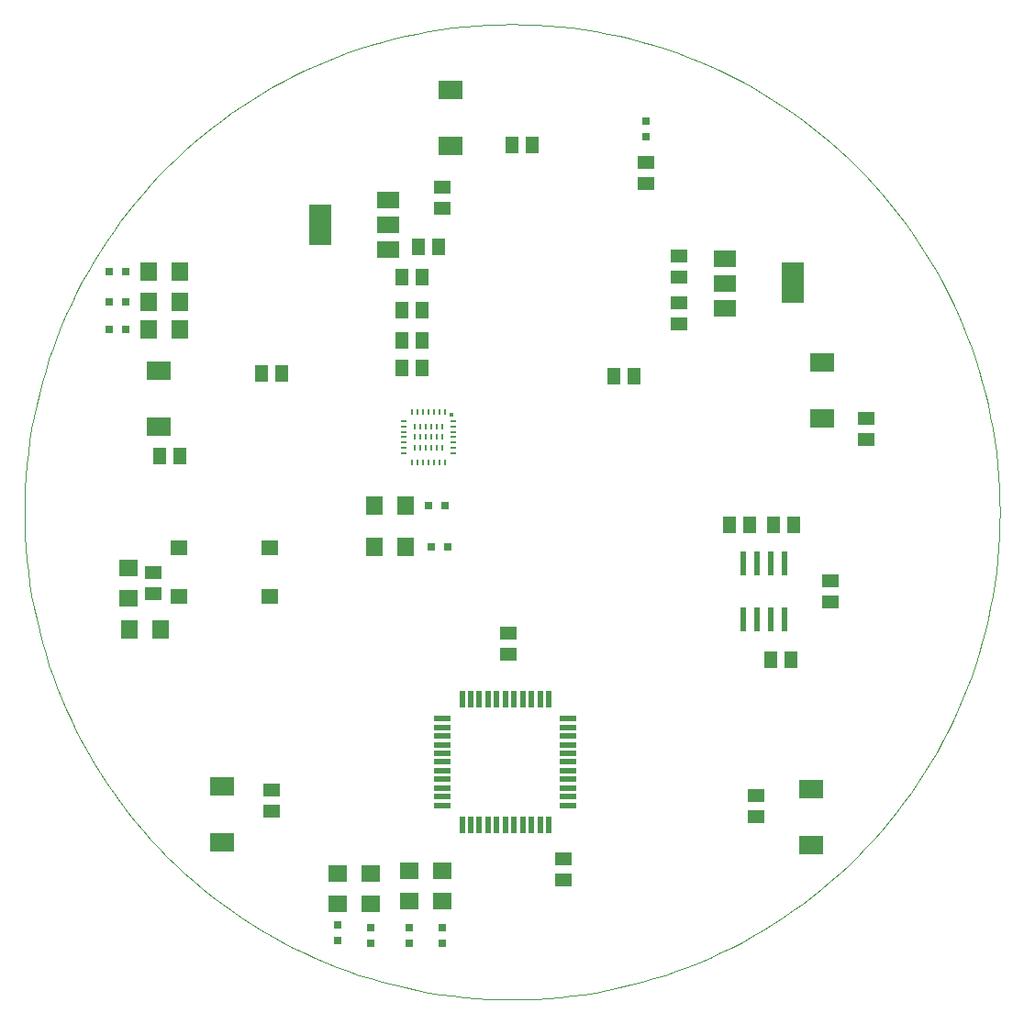
<source format=gtp>
G75*
%MOIN*%
%OFA0B0*%
%FSLAX25Y25*%
%IPPOS*%
%LPD*%
%AMOC8*
5,1,8,0,0,1.08239X$1,22.5*
%
%ADD10C,0.00039*%
%ADD11R,0.08661X0.07087*%
%ADD12R,0.07900X0.05900*%
%ADD13R,0.07900X0.15000*%
%ADD14R,0.05906X0.05118*%
%ADD15R,0.05118X0.05906*%
%ADD16R,0.01969X0.05906*%
%ADD17R,0.05906X0.01969*%
%ADD18R,0.03150X0.03150*%
%ADD19R,0.07098X0.06299*%
%ADD20R,0.06299X0.07098*%
%ADD21R,0.06300X0.05512*%
%ADD22R,0.01024X0.02205*%
%ADD23R,0.02205X0.01024*%
%ADD24R,0.01575X0.01575*%
%ADD25R,0.02362X0.08661*%
D10*
X0300276Y0192366D02*
X0300329Y0196714D01*
X0300489Y0201059D01*
X0300756Y0205399D01*
X0301129Y0209731D01*
X0301608Y0214053D01*
X0302194Y0218362D01*
X0302884Y0222654D01*
X0303680Y0226929D01*
X0304581Y0231183D01*
X0305585Y0235414D01*
X0306694Y0239618D01*
X0307905Y0243794D01*
X0309218Y0247939D01*
X0310632Y0252051D01*
X0312147Y0256127D01*
X0313762Y0260164D01*
X0315475Y0264161D01*
X0317286Y0268114D01*
X0319193Y0272021D01*
X0321195Y0275881D01*
X0323292Y0279690D01*
X0325482Y0283447D01*
X0327763Y0287149D01*
X0330134Y0290794D01*
X0332594Y0294379D01*
X0335141Y0297903D01*
X0337774Y0301364D01*
X0340491Y0304758D01*
X0343290Y0308085D01*
X0346170Y0311343D01*
X0349130Y0314528D01*
X0352166Y0317641D01*
X0355279Y0320677D01*
X0358464Y0323637D01*
X0361722Y0326517D01*
X0365049Y0329316D01*
X0368443Y0332033D01*
X0371904Y0334666D01*
X0375428Y0337213D01*
X0379013Y0339673D01*
X0382658Y0342044D01*
X0386360Y0344325D01*
X0390117Y0346515D01*
X0393926Y0348612D01*
X0397786Y0350614D01*
X0401693Y0352521D01*
X0405646Y0354332D01*
X0409643Y0356045D01*
X0413680Y0357660D01*
X0417756Y0359175D01*
X0421868Y0360589D01*
X0426013Y0361902D01*
X0430189Y0363113D01*
X0434393Y0364222D01*
X0438624Y0365226D01*
X0442878Y0366127D01*
X0447153Y0366923D01*
X0451445Y0367613D01*
X0455754Y0368199D01*
X0460076Y0368678D01*
X0464408Y0369051D01*
X0468748Y0369318D01*
X0473093Y0369478D01*
X0477441Y0369531D01*
X0481789Y0369478D01*
X0486134Y0369318D01*
X0490474Y0369051D01*
X0494806Y0368678D01*
X0499128Y0368199D01*
X0503437Y0367613D01*
X0507729Y0366923D01*
X0512004Y0366127D01*
X0516258Y0365226D01*
X0520489Y0364222D01*
X0524693Y0363113D01*
X0528869Y0361902D01*
X0533014Y0360589D01*
X0537126Y0359175D01*
X0541202Y0357660D01*
X0545239Y0356045D01*
X0549236Y0354332D01*
X0553189Y0352521D01*
X0557096Y0350614D01*
X0560956Y0348612D01*
X0564765Y0346515D01*
X0568522Y0344325D01*
X0572224Y0342044D01*
X0575869Y0339673D01*
X0579454Y0337213D01*
X0582978Y0334666D01*
X0586439Y0332033D01*
X0589833Y0329316D01*
X0593160Y0326517D01*
X0596418Y0323637D01*
X0599603Y0320677D01*
X0602716Y0317641D01*
X0605752Y0314528D01*
X0608712Y0311343D01*
X0611592Y0308085D01*
X0614391Y0304758D01*
X0617108Y0301364D01*
X0619741Y0297903D01*
X0622288Y0294379D01*
X0624748Y0290794D01*
X0627119Y0287149D01*
X0629400Y0283447D01*
X0631590Y0279690D01*
X0633687Y0275881D01*
X0635689Y0272021D01*
X0637596Y0268114D01*
X0639407Y0264161D01*
X0641120Y0260164D01*
X0642735Y0256127D01*
X0644250Y0252051D01*
X0645664Y0247939D01*
X0646977Y0243794D01*
X0648188Y0239618D01*
X0649297Y0235414D01*
X0650301Y0231183D01*
X0651202Y0226929D01*
X0651998Y0222654D01*
X0652688Y0218362D01*
X0653274Y0214053D01*
X0653753Y0209731D01*
X0654126Y0205399D01*
X0654393Y0201059D01*
X0654553Y0196714D01*
X0654606Y0192366D01*
X0654553Y0188018D01*
X0654393Y0183673D01*
X0654126Y0179333D01*
X0653753Y0175001D01*
X0653274Y0170679D01*
X0652688Y0166370D01*
X0651998Y0162078D01*
X0651202Y0157803D01*
X0650301Y0153549D01*
X0649297Y0149318D01*
X0648188Y0145114D01*
X0646977Y0140938D01*
X0645664Y0136793D01*
X0644250Y0132681D01*
X0642735Y0128605D01*
X0641120Y0124568D01*
X0639407Y0120571D01*
X0637596Y0116618D01*
X0635689Y0112711D01*
X0633687Y0108851D01*
X0631590Y0105042D01*
X0629400Y0101285D01*
X0627119Y0097583D01*
X0624748Y0093938D01*
X0622288Y0090353D01*
X0619741Y0086829D01*
X0617108Y0083368D01*
X0614391Y0079974D01*
X0611592Y0076647D01*
X0608712Y0073389D01*
X0605752Y0070204D01*
X0602716Y0067091D01*
X0599603Y0064055D01*
X0596418Y0061095D01*
X0593160Y0058215D01*
X0589833Y0055416D01*
X0586439Y0052699D01*
X0582978Y0050066D01*
X0579454Y0047519D01*
X0575869Y0045059D01*
X0572224Y0042688D01*
X0568522Y0040407D01*
X0564765Y0038217D01*
X0560956Y0036120D01*
X0557096Y0034118D01*
X0553189Y0032211D01*
X0549236Y0030400D01*
X0545239Y0028687D01*
X0541202Y0027072D01*
X0537126Y0025557D01*
X0533014Y0024143D01*
X0528869Y0022830D01*
X0524693Y0021619D01*
X0520489Y0020510D01*
X0516258Y0019506D01*
X0512004Y0018605D01*
X0507729Y0017809D01*
X0503437Y0017119D01*
X0499128Y0016533D01*
X0494806Y0016054D01*
X0490474Y0015681D01*
X0486134Y0015414D01*
X0481789Y0015254D01*
X0477441Y0015201D01*
X0473093Y0015254D01*
X0468748Y0015414D01*
X0464408Y0015681D01*
X0460076Y0016054D01*
X0455754Y0016533D01*
X0451445Y0017119D01*
X0447153Y0017809D01*
X0442878Y0018605D01*
X0438624Y0019506D01*
X0434393Y0020510D01*
X0430189Y0021619D01*
X0426013Y0022830D01*
X0421868Y0024143D01*
X0417756Y0025557D01*
X0413680Y0027072D01*
X0409643Y0028687D01*
X0405646Y0030400D01*
X0401693Y0032211D01*
X0397786Y0034118D01*
X0393926Y0036120D01*
X0390117Y0038217D01*
X0386360Y0040407D01*
X0382658Y0042688D01*
X0379013Y0045059D01*
X0375428Y0047519D01*
X0371904Y0050066D01*
X0368443Y0052699D01*
X0365049Y0055416D01*
X0361722Y0058215D01*
X0358464Y0061095D01*
X0355279Y0064055D01*
X0352166Y0067091D01*
X0349130Y0070204D01*
X0346170Y0073389D01*
X0343290Y0076647D01*
X0340491Y0079974D01*
X0337774Y0083368D01*
X0335141Y0086829D01*
X0332594Y0090353D01*
X0330134Y0093938D01*
X0327763Y0097583D01*
X0325482Y0101285D01*
X0323292Y0105042D01*
X0321195Y0108851D01*
X0319193Y0112711D01*
X0317286Y0116618D01*
X0315475Y0120571D01*
X0313762Y0124568D01*
X0312147Y0128605D01*
X0310632Y0132681D01*
X0309218Y0136793D01*
X0307905Y0140938D01*
X0306694Y0145114D01*
X0305585Y0149318D01*
X0304581Y0153549D01*
X0303680Y0157803D01*
X0302884Y0162078D01*
X0302194Y0166370D01*
X0301608Y0170679D01*
X0301129Y0175001D01*
X0300756Y0179333D01*
X0300489Y0183673D01*
X0300329Y0188018D01*
X0300276Y0192366D01*
D11*
X0349000Y0223461D03*
X0349000Y0243539D03*
X0455000Y0325461D03*
X0455000Y0345539D03*
X0590000Y0246539D03*
X0590000Y0226461D03*
X0586000Y0091539D03*
X0586000Y0071461D03*
X0372000Y0072461D03*
X0372000Y0092539D03*
D12*
X0554600Y0266400D03*
X0554600Y0275400D03*
X0554600Y0284400D03*
X0432400Y0287600D03*
X0432400Y0296600D03*
X0432400Y0305600D03*
D13*
X0407600Y0296500D03*
X0579400Y0275500D03*
D14*
X0538000Y0277760D03*
X0538000Y0285240D03*
X0538000Y0268240D03*
X0538000Y0260760D03*
X0526000Y0311760D03*
X0526000Y0319240D03*
X0452000Y0310240D03*
X0452000Y0302760D03*
X0347000Y0170240D03*
X0347000Y0162760D03*
X0390000Y0091240D03*
X0390000Y0083760D03*
X0476000Y0140760D03*
X0476000Y0148240D03*
X0496000Y0066240D03*
X0496000Y0058760D03*
X0566000Y0081760D03*
X0566000Y0089240D03*
X0593000Y0159760D03*
X0593000Y0167240D03*
X0606000Y0218760D03*
X0606000Y0226240D03*
D15*
X0579740Y0187500D03*
X0572260Y0187500D03*
X0563740Y0187500D03*
X0556260Y0187500D03*
X0571260Y0138500D03*
X0578740Y0138500D03*
X0521740Y0241500D03*
X0514260Y0241500D03*
X0450740Y0288500D03*
X0443260Y0288500D03*
X0444740Y0277500D03*
X0437260Y0277500D03*
X0437260Y0265500D03*
X0444740Y0265500D03*
X0444740Y0254500D03*
X0437260Y0254500D03*
X0437260Y0244500D03*
X0444740Y0244500D03*
X0393740Y0242500D03*
X0386260Y0242500D03*
X0356740Y0212500D03*
X0349260Y0212500D03*
X0477260Y0325500D03*
X0484740Y0325500D03*
D16*
X0484449Y0124335D03*
X0487598Y0124335D03*
X0490748Y0124335D03*
X0481299Y0124335D03*
X0478150Y0124335D03*
X0475000Y0124335D03*
X0471850Y0124335D03*
X0468701Y0124335D03*
X0465551Y0124335D03*
X0462402Y0124335D03*
X0459252Y0124335D03*
X0459252Y0078665D03*
X0462402Y0078665D03*
X0465551Y0078665D03*
X0468701Y0078665D03*
X0471850Y0078665D03*
X0475000Y0078665D03*
X0478150Y0078665D03*
X0481299Y0078665D03*
X0484449Y0078665D03*
X0487598Y0078665D03*
X0490748Y0078665D03*
D17*
X0497835Y0085752D03*
X0497835Y0088902D03*
X0497835Y0092051D03*
X0497835Y0095201D03*
X0497835Y0098350D03*
X0497835Y0101500D03*
X0497835Y0104650D03*
X0497835Y0107799D03*
X0497835Y0110949D03*
X0497835Y0114098D03*
X0497835Y0117248D03*
X0452165Y0117248D03*
X0452165Y0114098D03*
X0452165Y0110949D03*
X0452165Y0107799D03*
X0452165Y0104650D03*
X0452165Y0101500D03*
X0452165Y0098350D03*
X0452165Y0095201D03*
X0452165Y0092051D03*
X0452165Y0088902D03*
X0452165Y0085752D03*
D18*
X0331047Y0258500D03*
X0336953Y0258500D03*
X0336953Y0268500D03*
X0331047Y0268500D03*
X0331047Y0279500D03*
X0336953Y0279500D03*
X0447047Y0194500D03*
X0452953Y0194500D03*
X0453953Y0179500D03*
X0448047Y0179500D03*
X0452000Y0041453D03*
X0452000Y0035547D03*
X0440000Y0035547D03*
X0440000Y0041453D03*
X0426000Y0041453D03*
X0426000Y0035547D03*
X0414000Y0036547D03*
X0414000Y0042453D03*
X0526000Y0328547D03*
X0526000Y0334453D03*
D19*
X0338000Y0172098D03*
X0338000Y0160902D03*
X0414000Y0061098D03*
X0414000Y0049902D03*
X0426000Y0049902D03*
X0426000Y0061098D03*
X0440000Y0062098D03*
X0440000Y0050902D03*
X0452000Y0050902D03*
X0452000Y0062098D03*
D20*
X0349598Y0149500D03*
X0338402Y0149500D03*
X0427402Y0179500D03*
X0438598Y0179500D03*
X0438598Y0194500D03*
X0427402Y0194500D03*
X0356598Y0258500D03*
X0356598Y0268500D03*
X0345402Y0268500D03*
X0345402Y0258500D03*
X0345402Y0279500D03*
X0356598Y0279500D03*
D21*
X0356465Y0179358D03*
X0356465Y0161642D03*
X0389535Y0161642D03*
X0389535Y0179358D03*
D22*
X0441094Y0210445D03*
X0443063Y0210445D03*
X0445031Y0210445D03*
X0447000Y0210445D03*
X0448969Y0210445D03*
X0450937Y0210445D03*
X0452906Y0210445D03*
X0451921Y0215563D03*
X0449953Y0215563D03*
X0447984Y0215563D03*
X0446016Y0215563D03*
X0444047Y0215563D03*
X0442079Y0215563D03*
X0442079Y0219500D03*
X0444047Y0219500D03*
X0446016Y0219500D03*
X0447984Y0219500D03*
X0449953Y0219500D03*
X0451921Y0219500D03*
X0451921Y0223437D03*
X0449953Y0223437D03*
X0447984Y0223437D03*
X0446016Y0223437D03*
X0444047Y0223437D03*
X0442079Y0223437D03*
X0443063Y0228555D03*
X0445031Y0228555D03*
X0447000Y0228555D03*
X0448969Y0228555D03*
X0450937Y0228555D03*
X0452906Y0228555D03*
X0441094Y0228555D03*
D23*
X0437945Y0225406D03*
X0437945Y0223437D03*
X0437945Y0221469D03*
X0437945Y0219500D03*
X0437945Y0217531D03*
X0437945Y0215563D03*
X0437945Y0213594D03*
X0456055Y0213594D03*
X0456055Y0215563D03*
X0456055Y0217531D03*
X0456055Y0219500D03*
X0456055Y0221469D03*
X0456055Y0223437D03*
X0456055Y0225406D03*
D24*
X0455268Y0227768D03*
D25*
X0561500Y0173736D03*
X0566500Y0173736D03*
X0571500Y0173736D03*
X0576500Y0173736D03*
X0576500Y0153264D03*
X0571500Y0153264D03*
X0566500Y0153264D03*
X0561500Y0153264D03*
M02*

</source>
